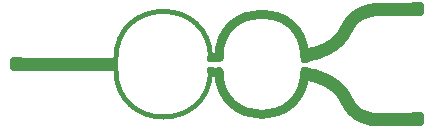
<source format=gbr>
%TF.GenerationSoftware,KiCad,Pcbnew,9.0.4*%
%TF.CreationDate,2025-09-20T16:24:51-07:00*%
%TF.ProjectId,Wilkinson PD,57696c6b-696e-4736-9f6e-2050442e6b69,rev?*%
%TF.SameCoordinates,Original*%
%TF.FileFunction,Copper,L1,Top*%
%TF.FilePolarity,Positive*%
%FSLAX46Y46*%
G04 Gerber Fmt 4.6, Leading zero omitted, Abs format (unit mm)*
G04 Created by KiCad (PCBNEW 9.0.4) date 2025-09-20 16:24:51*
%MOMM*%
%LPD*%
G01*
G04 APERTURE LIST*
G04 Aperture macros list*
%AMRoundRect*
0 Rectangle with rounded corners*
0 $1 Rounding radius*
0 $2 $3 $4 $5 $6 $7 $8 $9 X,Y pos of 4 corners*
0 Add a 4 corners polygon primitive as box body*
4,1,4,$2,$3,$4,$5,$6,$7,$8,$9,$2,$3,0*
0 Add four circle primitives for the rounded corners*
1,1,$1+$1,$2,$3*
1,1,$1+$1,$4,$5*
1,1,$1+$1,$6,$7*
1,1,$1+$1,$8,$9*
0 Add four rect primitives between the rounded corners*
20,1,$1+$1,$2,$3,$4,$5,0*
20,1,$1+$1,$4,$5,$6,$7,0*
20,1,$1+$1,$6,$7,$8,$9,0*
20,1,$1+$1,$8,$9,$2,$3,0*%
G04 Aperture macros list end*
%ADD10C,0.200000*%
%ADD11C,1.112520*%
%TA.AperFunction,Conductor*%
%ADD12C,1.112520*%
%TD*%
%TA.AperFunction,EtchedComponent*%
%ADD13C,0.772160*%
%TD*%
%TA.AperFunction,EtchedComponent*%
%ADD14C,1.112520*%
%TD*%
%TA.AperFunction,EtchedComponent*%
%ADD15C,0.436880*%
%TD*%
%TA.AperFunction,SMDPad,CuDef*%
%ADD16RoundRect,0.166878X-0.389382X-0.389382X0.389382X-0.389382X0.389382X0.389382X-0.389382X0.389382X0*%
%TD*%
%TA.AperFunction,SMDPad,CuDef*%
%ADD17RoundRect,0.166878X0.389382X0.389382X-0.389382X0.389382X-0.389382X-0.389382X0.389382X-0.389382X0*%
%TD*%
%TA.AperFunction,SMDPad,CuDef*%
%ADD18R,1.112520X1.112520*%
%TD*%
%TA.AperFunction,SMDPad,CuDef*%
%ADD19C,1.112520*%
%TD*%
%TA.AperFunction,SMDPad,CuDef*%
%ADD20RoundRect,0.135001X-0.185039X-0.135001X0.185039X-0.135001X0.185039X0.135001X-0.185039X0.135001X0*%
%TD*%
%TA.AperFunction,SMDPad,CuDef*%
%ADD21RoundRect,0.135000X-0.185000X0.135000X-0.185000X-0.135000X0.185000X-0.135000X0.185000X0.135000X0*%
%TD*%
G04 APERTURE END LIST*
D10*
X171180760Y-76659740D02*
X171180760Y-76659740D01*
X171180760Y-76659740D02*
X171180760Y-76659740D01*
D11*
X176352200Y-72908160D02*
X179941220Y-72913240D01*
D10*
X171180760Y-76659740D02*
X171180760Y-76659740D01*
D12*
%TO.N,Net-(U3-port1)*%
X154025600Y-77581760D02*
X146085560Y-77574140D01*
D11*
X176352200Y-82240120D02*
X179941220Y-82235040D01*
X171180760Y-76659740D02*
X171194494Y-76655282D01*
X171208179Y-76650820D01*
X171221806Y-76646355D01*
X171235384Y-76641885D01*
X171248905Y-76637414D01*
X171262376Y-76632937D01*
X171275791Y-76628458D01*
X171289157Y-76623975D01*
X171302466Y-76619489D01*
X171315728Y-76614998D01*
X171328933Y-76610506D01*
X171342090Y-76606008D01*
X171355192Y-76601509D01*
X171368245Y-76597004D01*
X171381244Y-76592498D01*
X171394195Y-76587987D01*
X171407092Y-76583474D01*
X171419941Y-76578956D01*
X171432737Y-76574436D01*
X171445485Y-76569911D01*
X171458180Y-76565385D01*
X171470827Y-76560853D01*
X171483422Y-76556320D01*
X171495970Y-76551782D01*
X171508465Y-76547242D01*
X171520915Y-76542698D01*
X171533312Y-76538151D01*
X171545662Y-76533600D01*
X171557961Y-76529047D01*
X171570215Y-76524489D01*
X171582417Y-76519929D01*
X171594573Y-76515365D01*
X171606679Y-76510798D01*
X171618739Y-76506228D01*
X171630749Y-76501655D01*
X171642714Y-76497078D01*
X171654629Y-76492498D01*
X171666499Y-76487914D01*
X171678320Y-76483328D01*
X171690096Y-76478738D01*
X171701823Y-76474146D01*
X171713506Y-76469549D01*
X171725140Y-76464951D01*
X171736730Y-76460348D01*
X171748272Y-76455742D01*
X171759771Y-76451133D01*
X171771221Y-76446521D01*
X171782628Y-76441906D01*
X171793988Y-76437287D01*
X171805304Y-76432665D01*
X171816574Y-76428041D01*
X171827800Y-76423412D01*
X171838980Y-76418781D01*
X171850117Y-76414147D01*
X171861208Y-76409509D01*
X171872257Y-76404868D01*
X171883260Y-76400225D01*
X171894221Y-76395577D01*
X171905136Y-76390927D01*
X171916010Y-76386273D01*
X171926838Y-76381617D01*
X171937625Y-76376957D01*
X171948368Y-76372294D01*
X171959069Y-76367628D01*
X171969726Y-76362959D01*
X171980342Y-76358286D01*
X171990914Y-76353610D01*
X172001445Y-76348931D01*
X172011934Y-76344249D01*
X172022381Y-76339564D01*
X172032785Y-76334876D01*
X172043149Y-76330184D01*
X172053471Y-76325489D01*
X172063752Y-76320791D01*
X172073992Y-76316090D01*
X172084191Y-76311385D01*
X172094349Y-76306678D01*
X172104467Y-76301967D01*
X172114544Y-76297253D01*
X172124581Y-76292536D01*
X172134578Y-76287815D01*
X172144535Y-76283092D01*
X172154452Y-76278365D01*
X172164329Y-76273635D01*
X172174167Y-76268901D01*
X172183966Y-76264165D01*
X172193726Y-76259425D01*
X172203446Y-76254682D01*
X172213128Y-76249935D01*
X172222771Y-76245186D01*
X172232376Y-76240433D01*
X172241942Y-76235676D01*
X172251470Y-76230917D01*
X172260960Y-76226154D01*
X172270412Y-76221388D01*
X172279826Y-76216618D01*
X172289202Y-76211845D01*
X172298541Y-76207069D01*
X172307844Y-76202290D01*
X172317108Y-76197507D01*
X172326336Y-76192720D01*
X172335527Y-76187931D01*
X172344681Y-76183138D01*
X172353798Y-76178341D01*
X172362880Y-76173541D01*
X172371925Y-76168738D01*
X172380934Y-76163931D01*
X172389907Y-76159121D01*
X172398844Y-76154307D01*
X172407745Y-76149491D01*
X172416612Y-76144670D01*
X172425442Y-76139846D01*
X172434238Y-76135018D01*
X172442998Y-76130187D01*
X172451725Y-76125352D01*
X172460415Y-76120514D01*
X172469072Y-76115671D01*
X172477693Y-76110826D01*
X172486281Y-76105976D01*
X172494834Y-76101124D01*
X172503354Y-76096267D01*
X172511839Y-76091407D01*
X172520291Y-76086543D01*
X172528709Y-76081676D01*
X172537094Y-76076804D01*
X172545445Y-76071930D01*
X172553764Y-76067050D01*
X172562049Y-76062168D01*
X172570302Y-76057281D01*
X172578521Y-76052392D01*
X172586709Y-76047497D01*
X172594863Y-76042600D01*
X172602987Y-76037697D01*
X172611076Y-76032792D01*
X172619136Y-76027881D01*
X172627161Y-76022968D01*
X172635157Y-76018050D01*
X172643119Y-76013129D01*
X172651052Y-76008202D01*
X172658952Y-76003273D01*
X172666822Y-75998338D01*
X172674659Y-75993401D01*
X172682468Y-75988458D01*
X172690244Y-75983513D01*
X172697992Y-75978561D01*
X172705706Y-75973607D01*
X172713393Y-75968647D01*
X172721047Y-75963685D01*
X172728674Y-75958716D01*
X172736268Y-75953745D01*
X172743835Y-75948767D01*
X172751370Y-75943788D01*
X172758878Y-75938801D01*
X172766354Y-75933813D01*
X172773804Y-75928817D01*
X172781221Y-75923819D01*
X172788613Y-75918815D01*
X172795973Y-75913808D01*
X172803307Y-75908794D01*
X172810610Y-75903778D01*
X172817888Y-75898754D01*
X172825133Y-75893729D01*
X172832355Y-75888696D01*
X172839545Y-75883661D01*
X172846711Y-75878618D01*
X172853845Y-75873573D01*
X172860955Y-75868520D01*
X172868034Y-75863465D01*
X172875090Y-75858402D01*
X172882115Y-75853338D01*
X172889117Y-75848264D01*
X172896088Y-75843189D01*
X172903036Y-75838106D01*
X172909954Y-75833020D01*
X172916849Y-75827926D01*
X172923713Y-75822830D01*
X172937369Y-75812618D01*
X172950920Y-75802384D01*
X172964369Y-75792127D01*
X172977716Y-75781848D01*
X172990963Y-75771546D01*
X173004111Y-75761219D01*
X173017160Y-75750869D01*
X173030112Y-75740494D01*
X173042968Y-75730094D01*
X173055728Y-75719668D01*
X173068395Y-75709216D01*
X173080969Y-75698738D01*
X173093451Y-75688232D01*
X173105842Y-75677699D01*
X173118144Y-75667137D01*
X173130357Y-75656546D01*
X173142482Y-75645925D01*
X173154521Y-75635274D01*
X173166475Y-75624593D01*
X173178345Y-75613879D01*
X173190131Y-75603133D01*
X173201836Y-75592355D01*
X173213460Y-75581542D01*
X173225004Y-75570694D01*
X173236469Y-75559812D01*
X173247857Y-75548892D01*
X173259168Y-75537936D01*
X173270405Y-75526941D01*
X173281567Y-75515908D01*
X173292657Y-75504834D01*
X173303675Y-75493719D01*
X173314623Y-75482562D01*
X173325501Y-75471362D01*
X173336312Y-75460117D01*
X173347055Y-75448827D01*
X173357734Y-75437490D01*
X173368348Y-75426105D01*
X173378900Y-75414670D01*
X173389390Y-75403185D01*
X173399819Y-75391647D01*
X173410191Y-75380056D01*
X173420504Y-75368409D01*
X173430762Y-75356705D01*
X173440966Y-75344943D01*
X173451117Y-75333120D01*
X173461216Y-75321234D01*
X173471266Y-75309284D01*
X173481267Y-75297268D01*
X173491222Y-75285182D01*
X173501133Y-75273026D01*
X173511001Y-75260797D01*
X173520827Y-75248491D01*
X173530615Y-75236107D01*
X173540366Y-75223641D01*
X173550082Y-75211091D01*
X173559765Y-75198453D01*
X173569417Y-75185724D01*
X173579042Y-75172900D01*
X173588641Y-75159978D01*
X173598217Y-75146953D01*
X173607774Y-75133821D01*
X173617313Y-75120578D01*
X173626838Y-75107218D01*
X173636352Y-75093736D01*
X173645859Y-75080127D01*
X173655363Y-75066384D01*
X173664868Y-75052499D01*
X173674378Y-75038467D01*
X173683898Y-75024279D01*
X173693432Y-75009926D01*
X173702987Y-74995399D01*
X173712569Y-74980686D01*
X173722185Y-74965778D01*
X173731841Y-74950659D01*
X173741546Y-74935317D01*
X173751309Y-74919734D01*
X173761141Y-74903893D01*
X173771053Y-74887773D01*
X173781059Y-74871350D01*
X173791173Y-74854596D01*
X173801414Y-74837480D01*
X173811803Y-74819963D01*
X173822364Y-74802002D01*
X173833127Y-74783541D01*
X173844129Y-74764515D01*
X173855416Y-74744839D01*
X173867046Y-74724407D01*
X173879098Y-74703077D01*
X173891678Y-74680655D01*
X173904938Y-74656863D01*
X173919113Y-74631272D01*
X173934600Y-74603154D01*
X173952185Y-74571076D01*
X173973934Y-74531260D01*
X173983537Y-74513657D01*
X174001115Y-74481441D01*
X174018660Y-74449348D01*
X174027430Y-74433349D01*
X174036204Y-74417383D01*
X174044985Y-74401451D01*
X174053777Y-74385552D01*
X174062585Y-74369687D01*
X174071412Y-74353858D01*
X174080262Y-74338065D01*
X174089140Y-74322308D01*
X174098048Y-74306588D01*
X174106992Y-74290905D01*
X174115974Y-74275261D01*
X174124999Y-74259656D01*
X174134071Y-74244090D01*
X174143194Y-74228565D01*
X174152371Y-74213080D01*
X174161607Y-74197637D01*
X174170906Y-74182236D01*
X174175580Y-74174551D01*
X174180271Y-74166877D01*
X174184979Y-74159214D01*
X174189706Y-74151561D01*
X174194451Y-74143920D01*
X174199215Y-74136290D01*
X174203999Y-74128671D01*
X174208803Y-74121063D01*
X174213628Y-74113466D01*
X174218473Y-74105881D01*
X174223340Y-74098307D01*
X174228229Y-74090745D01*
X174233141Y-74083194D01*
X174238075Y-74075655D01*
X174243033Y-74068128D01*
X174248015Y-74060612D01*
X174253022Y-74053109D01*
X174258053Y-74045617D01*
X174263110Y-74038138D01*
X174268193Y-74030670D01*
X174273302Y-74023215D01*
X174278438Y-74015773D01*
X174283602Y-74008342D01*
X174288793Y-74000924D01*
X174294013Y-73993519D01*
X174299262Y-73986126D01*
X174304540Y-73978746D01*
X174309849Y-73971378D01*
X174315187Y-73964024D01*
X174320556Y-73956682D01*
X174325957Y-73949354D01*
X174331389Y-73942038D01*
X174336854Y-73934736D01*
X174342352Y-73927446D01*
X174347883Y-73920171D01*
X174353448Y-73912908D01*
X174359047Y-73905659D01*
X174364681Y-73898424D01*
X174370350Y-73891202D01*
X174376055Y-73883994D01*
X174381796Y-73876800D01*
X174387574Y-73869619D01*
X174393389Y-73862453D01*
X174399242Y-73855300D01*
X174405133Y-73848162D01*
X174411063Y-73841038D01*
X174417032Y-73833928D01*
X174423041Y-73826832D01*
X174429090Y-73819751D01*
X174435179Y-73812684D01*
X174441310Y-73805632D01*
X174447483Y-73798594D01*
X174453697Y-73791572D01*
X174459955Y-73784564D01*
X174466255Y-73777571D01*
X174472599Y-73770592D01*
X174478987Y-73763629D01*
X174485420Y-73756681D01*
X174491898Y-73749748D01*
X174498422Y-73742831D01*
X174504991Y-73735928D01*
X174511607Y-73729042D01*
X174518271Y-73722170D01*
X174524982Y-73715315D01*
X174531740Y-73708474D01*
X174538548Y-73701650D01*
X174545404Y-73694842D01*
X174552310Y-73688049D01*
X174559266Y-73681272D01*
X174566273Y-73674512D01*
X174573331Y-73667767D01*
X174580440Y-73661039D01*
X174587601Y-73654327D01*
X174594814Y-73647631D01*
X174602081Y-73640952D01*
X174609400Y-73634289D01*
X174616774Y-73627643D01*
X174624203Y-73621013D01*
X174631686Y-73614401D01*
X174639225Y-73607805D01*
X174646819Y-73601226D01*
X174654470Y-73594664D01*
X174662178Y-73588119D01*
X174669943Y-73581591D01*
X174677767Y-73575081D01*
X174685648Y-73568587D01*
X174693589Y-73562111D01*
X174701588Y-73555653D01*
X174709648Y-73549212D01*
X174717768Y-73542789D01*
X174725949Y-73536383D01*
X174734191Y-73529995D01*
X174742495Y-73523625D01*
X174750861Y-73517273D01*
X174759290Y-73510939D01*
X174767782Y-73504623D01*
X174776338Y-73498325D01*
X174784959Y-73492045D01*
X174793644Y-73485784D01*
X174802394Y-73479541D01*
X174811210Y-73473316D01*
X174820093Y-73467111D01*
X174829042Y-73460923D01*
X174838058Y-73454755D01*
X174847142Y-73448605D01*
X174856294Y-73442474D01*
X174865515Y-73436362D01*
X174874805Y-73430269D01*
X174884165Y-73424195D01*
X174893595Y-73418140D01*
X174903096Y-73412104D01*
X174912667Y-73406088D01*
X174922311Y-73400091D01*
X174932026Y-73394114D01*
X174941814Y-73388156D01*
X174951676Y-73382218D01*
X174961610Y-73376300D01*
X174971619Y-73370401D01*
X174981703Y-73364522D01*
X174991861Y-73358663D01*
X175002096Y-73352825D01*
X175012406Y-73347006D01*
X175022793Y-73341208D01*
X175033256Y-73335429D01*
X175043798Y-73329671D01*
X175054417Y-73323934D01*
X175065115Y-73318217D01*
X175075892Y-73312521D01*
X175086748Y-73306845D01*
X175097685Y-73301190D01*
X175108702Y-73295556D01*
X175119800Y-73289942D01*
X175130979Y-73284350D01*
X175142240Y-73278778D01*
X175153584Y-73273228D01*
X175165011Y-73267699D01*
X175176521Y-73262192D01*
X175188115Y-73256705D01*
X175199793Y-73251240D01*
X175211557Y-73245797D01*
X175223405Y-73240375D01*
X175235340Y-73234975D01*
X175247361Y-73229596D01*
X175259469Y-73224240D01*
X175271664Y-73218905D01*
X175283947Y-73213592D01*
X175296319Y-73208302D01*
X175308779Y-73203033D01*
X175321329Y-73197787D01*
X175333968Y-73192563D01*
X175346698Y-73187361D01*
X175359518Y-73182182D01*
X175372430Y-73177025D01*
X175385434Y-73171891D01*
X175398530Y-73166779D01*
X175411719Y-73161691D01*
X175425000Y-73156625D01*
X175438376Y-73151582D01*
X175451846Y-73146562D01*
X175465411Y-73141565D01*
X175479071Y-73136592D01*
X175492826Y-73131641D01*
X175506678Y-73126714D01*
X175520626Y-73121810D01*
X175534672Y-73116930D01*
X175548816Y-73112073D01*
X175563057Y-73107240D01*
X175577397Y-73102430D01*
X175591837Y-73097645D01*
X175606376Y-73092883D01*
X175621015Y-73088145D01*
X175635755Y-73083431D01*
X175650595Y-73078741D01*
X175665538Y-73074076D01*
X175680583Y-73069434D01*
X175695730Y-73064817D01*
X175710980Y-73060224D01*
X175726334Y-73055656D01*
X175741792Y-73051113D01*
X175757354Y-73046594D01*
X175773022Y-73042099D01*
X175788795Y-73037630D01*
X175804674Y-73033185D01*
X175820660Y-73028765D01*
X175836752Y-73024371D01*
X175852953Y-73020001D01*
X175869261Y-73015657D01*
X175885677Y-73011337D01*
X175902203Y-73007044D01*
X175918838Y-73002775D01*
X175935583Y-72998532D01*
X175952439Y-72994315D01*
X175969405Y-72990123D01*
X175986483Y-72985957D01*
X176003673Y-72981817D01*
X176020975Y-72977703D01*
X176038390Y-72973614D01*
X176055919Y-72969552D01*
X176073561Y-72965516D01*
X176091318Y-72961506D01*
X176109190Y-72957522D01*
X176127177Y-72953565D01*
X176145280Y-72949634D01*
X176163499Y-72945729D01*
X176181836Y-72941852D01*
X176200289Y-72938000D01*
X176218860Y-72934176D01*
X176237550Y-72930378D01*
X176256358Y-72926608D01*
X176275286Y-72922864D01*
X176294334Y-72919147D01*
X176313502Y-72915457D01*
X176332790Y-72911795D01*
X176352200Y-72908160D01*
X171180760Y-78488540D02*
X171194494Y-78492998D01*
X171208179Y-78497460D01*
X171221806Y-78501925D01*
X171235384Y-78506395D01*
X171248905Y-78510866D01*
X171262376Y-78515343D01*
X171275791Y-78519822D01*
X171289157Y-78524305D01*
X171302466Y-78528791D01*
X171315728Y-78533282D01*
X171328933Y-78537774D01*
X171342090Y-78542272D01*
X171355192Y-78546771D01*
X171368245Y-78551276D01*
X171381244Y-78555782D01*
X171394195Y-78560293D01*
X171407092Y-78564806D01*
X171419941Y-78569324D01*
X171432737Y-78573844D01*
X171445485Y-78578369D01*
X171458180Y-78582895D01*
X171470827Y-78587427D01*
X171483422Y-78591960D01*
X171495970Y-78596498D01*
X171508465Y-78601038D01*
X171520915Y-78605582D01*
X171533312Y-78610129D01*
X171545662Y-78614680D01*
X171557961Y-78619233D01*
X171570215Y-78623791D01*
X171582417Y-78628351D01*
X171594573Y-78632915D01*
X171606679Y-78637482D01*
X171618739Y-78642052D01*
X171630749Y-78646625D01*
X171642714Y-78651202D01*
X171654629Y-78655782D01*
X171666499Y-78660366D01*
X171678320Y-78664952D01*
X171690096Y-78669542D01*
X171701823Y-78674134D01*
X171713506Y-78678731D01*
X171725140Y-78683329D01*
X171736730Y-78687932D01*
X171748272Y-78692538D01*
X171759771Y-78697147D01*
X171771221Y-78701759D01*
X171782628Y-78706374D01*
X171793988Y-78710993D01*
X171805304Y-78715615D01*
X171816574Y-78720239D01*
X171827800Y-78724868D01*
X171838980Y-78729499D01*
X171850117Y-78734133D01*
X171861208Y-78738771D01*
X171872257Y-78743412D01*
X171883260Y-78748055D01*
X171894221Y-78752703D01*
X171905136Y-78757353D01*
X171916010Y-78762007D01*
X171926838Y-78766663D01*
X171937625Y-78771323D01*
X171948368Y-78775986D01*
X171959069Y-78780652D01*
X171969726Y-78785321D01*
X171980342Y-78789994D01*
X171990914Y-78794670D01*
X172001445Y-78799349D01*
X172011934Y-78804031D01*
X172022381Y-78808716D01*
X172032785Y-78813404D01*
X172043149Y-78818096D01*
X172053471Y-78822791D01*
X172063752Y-78827489D01*
X172073992Y-78832190D01*
X172084191Y-78836895D01*
X172094349Y-78841602D01*
X172104467Y-78846313D01*
X172114544Y-78851027D01*
X172124581Y-78855744D01*
X172134578Y-78860465D01*
X172144535Y-78865188D01*
X172154452Y-78869915D01*
X172164329Y-78874645D01*
X172174167Y-78879379D01*
X172183966Y-78884115D01*
X172193726Y-78888855D01*
X172203446Y-78893598D01*
X172213128Y-78898345D01*
X172222771Y-78903094D01*
X172232376Y-78907847D01*
X172241942Y-78912604D01*
X172251470Y-78917363D01*
X172260960Y-78922126D01*
X172270412Y-78926892D01*
X172279826Y-78931662D01*
X172289202Y-78936435D01*
X172298541Y-78941211D01*
X172307844Y-78945990D01*
X172317108Y-78950773D01*
X172326336Y-78955560D01*
X172335527Y-78960349D01*
X172344681Y-78965142D01*
X172353798Y-78969939D01*
X172362880Y-78974739D01*
X172371925Y-78979542D01*
X172380934Y-78984349D01*
X172389907Y-78989159D01*
X172398844Y-78993973D01*
X172407745Y-78998789D01*
X172416612Y-79003610D01*
X172425442Y-79008434D01*
X172434238Y-79013262D01*
X172442998Y-79018093D01*
X172451725Y-79022928D01*
X172460415Y-79027766D01*
X172469072Y-79032609D01*
X172477693Y-79037454D01*
X172486281Y-79042304D01*
X172494834Y-79047156D01*
X172503354Y-79052013D01*
X172511839Y-79056873D01*
X172520291Y-79061737D01*
X172528709Y-79066604D01*
X172537094Y-79071476D01*
X172545445Y-79076350D01*
X172553764Y-79081230D01*
X172562049Y-79086112D01*
X172570302Y-79090999D01*
X172578521Y-79095888D01*
X172586709Y-79100783D01*
X172594863Y-79105680D01*
X172602987Y-79110583D01*
X172611076Y-79115488D01*
X172619136Y-79120399D01*
X172627161Y-79125312D01*
X172635157Y-79130230D01*
X172643119Y-79135151D01*
X172651052Y-79140078D01*
X172658952Y-79145007D01*
X172666822Y-79149942D01*
X172674659Y-79154879D01*
X172682468Y-79159822D01*
X172690244Y-79164767D01*
X172697992Y-79169719D01*
X172705706Y-79174673D01*
X172713393Y-79179633D01*
X172721047Y-79184595D01*
X172728674Y-79189564D01*
X172736268Y-79194535D01*
X172743835Y-79199513D01*
X172751370Y-79204492D01*
X172758878Y-79209479D01*
X172766354Y-79214467D01*
X172773804Y-79219463D01*
X172781221Y-79224461D01*
X172788613Y-79229465D01*
X172795973Y-79234472D01*
X172803307Y-79239486D01*
X172810610Y-79244502D01*
X172817888Y-79249526D01*
X172825133Y-79254551D01*
X172832355Y-79259584D01*
X172839545Y-79264619D01*
X172846711Y-79269662D01*
X172853845Y-79274707D01*
X172860955Y-79279760D01*
X172868034Y-79284815D01*
X172875090Y-79289878D01*
X172882115Y-79294942D01*
X172889117Y-79300016D01*
X172896088Y-79305091D01*
X172903036Y-79310174D01*
X172909954Y-79315260D01*
X172916849Y-79320354D01*
X172923713Y-79325450D01*
X172937369Y-79335662D01*
X172950920Y-79345896D01*
X172964369Y-79356153D01*
X172977716Y-79366432D01*
X172990963Y-79376734D01*
X173004111Y-79387061D01*
X173017160Y-79397411D01*
X173030112Y-79407786D01*
X173042968Y-79418186D01*
X173055728Y-79428612D01*
X173068395Y-79439064D01*
X173080969Y-79449542D01*
X173093451Y-79460048D01*
X173105842Y-79470581D01*
X173118144Y-79481143D01*
X173130357Y-79491734D01*
X173142482Y-79502355D01*
X173154521Y-79513006D01*
X173166475Y-79523687D01*
X173178345Y-79534401D01*
X173190131Y-79545147D01*
X173201836Y-79555925D01*
X173213460Y-79566738D01*
X173225004Y-79577586D01*
X173236469Y-79588468D01*
X173247857Y-79599388D01*
X173259168Y-79610344D01*
X173270405Y-79621339D01*
X173281567Y-79632372D01*
X173292657Y-79643446D01*
X173303675Y-79654561D01*
X173314623Y-79665718D01*
X173325501Y-79676918D01*
X173336312Y-79688163D01*
X173347055Y-79699453D01*
X173357734Y-79710790D01*
X173368348Y-79722175D01*
X173378900Y-79733610D01*
X173389390Y-79745095D01*
X173399819Y-79756633D01*
X173410191Y-79768224D01*
X173420504Y-79779871D01*
X173430762Y-79791575D01*
X173440966Y-79803337D01*
X173451117Y-79815160D01*
X173461216Y-79827046D01*
X173471266Y-79838996D01*
X173481267Y-79851012D01*
X173491222Y-79863098D01*
X173501133Y-79875254D01*
X173511001Y-79887483D01*
X173520827Y-79899789D01*
X173530615Y-79912173D01*
X173540366Y-79924639D01*
X173550082Y-79937189D01*
X173559765Y-79949827D01*
X173569417Y-79962556D01*
X173579042Y-79975380D01*
X173588641Y-79988302D01*
X173598217Y-80001327D01*
X173607774Y-80014459D01*
X173617313Y-80027702D01*
X173626838Y-80041062D01*
X173636352Y-80054544D01*
X173645859Y-80068153D01*
X173655363Y-80081896D01*
X173664868Y-80095781D01*
X173674378Y-80109813D01*
X173683898Y-80124001D01*
X173693432Y-80138354D01*
X173702987Y-80152881D01*
X173712569Y-80167594D01*
X173722185Y-80182502D01*
X173731841Y-80197621D01*
X173741546Y-80212963D01*
X173751309Y-80228546D01*
X173761141Y-80244387D01*
X173771053Y-80260507D01*
X173781059Y-80276930D01*
X173791173Y-80293684D01*
X173801414Y-80310800D01*
X173811803Y-80328317D01*
X173822364Y-80346278D01*
X173833127Y-80364739D01*
X173844129Y-80383765D01*
X173855416Y-80403441D01*
X173867046Y-80423873D01*
X173879098Y-80445203D01*
X173891678Y-80467625D01*
X173904938Y-80491417D01*
X173919113Y-80517008D01*
X173934600Y-80545126D01*
X173952185Y-80577204D01*
X173973934Y-80617020D01*
X173983537Y-80634623D01*
X174001115Y-80666839D01*
X174018660Y-80698932D01*
X174027430Y-80714931D01*
X174036204Y-80730897D01*
X174044985Y-80746829D01*
X174053777Y-80762728D01*
X174062585Y-80778593D01*
X174071412Y-80794422D01*
X174080262Y-80810215D01*
X174089140Y-80825972D01*
X174098048Y-80841692D01*
X174106992Y-80857375D01*
X174115974Y-80873019D01*
X174124999Y-80888624D01*
X174134071Y-80904190D01*
X174143194Y-80919715D01*
X174152371Y-80935200D01*
X174161607Y-80950643D01*
X174170906Y-80966044D01*
X174175580Y-80973729D01*
X174180271Y-80981403D01*
X174184979Y-80989066D01*
X174189706Y-80996719D01*
X174194451Y-81004360D01*
X174199215Y-81011990D01*
X174203999Y-81019609D01*
X174208803Y-81027217D01*
X174213628Y-81034814D01*
X174218473Y-81042399D01*
X174223340Y-81049973D01*
X174228229Y-81057535D01*
X174233141Y-81065086D01*
X174238075Y-81072625D01*
X174243033Y-81080152D01*
X174248015Y-81087668D01*
X174253022Y-81095171D01*
X174258053Y-81102663D01*
X174263110Y-81110142D01*
X174268193Y-81117610D01*
X174273302Y-81125065D01*
X174278438Y-81132507D01*
X174283602Y-81139938D01*
X174288793Y-81147356D01*
X174294013Y-81154761D01*
X174299262Y-81162154D01*
X174304540Y-81169534D01*
X174309849Y-81176902D01*
X174315187Y-81184256D01*
X174320556Y-81191598D01*
X174325957Y-81198926D01*
X174331389Y-81206242D01*
X174336854Y-81213544D01*
X174342352Y-81220834D01*
X174347883Y-81228109D01*
X174353448Y-81235372D01*
X174359047Y-81242621D01*
X174364681Y-81249856D01*
X174370350Y-81257078D01*
X174376055Y-81264286D01*
X174381796Y-81271480D01*
X174387574Y-81278661D01*
X174393389Y-81285827D01*
X174399242Y-81292980D01*
X174405133Y-81300118D01*
X174411063Y-81307242D01*
X174417032Y-81314352D01*
X174423041Y-81321448D01*
X174429090Y-81328529D01*
X174435179Y-81335596D01*
X174441310Y-81342648D01*
X174447483Y-81349686D01*
X174453697Y-81356708D01*
X174459955Y-81363716D01*
X174466255Y-81370709D01*
X174472599Y-81377688D01*
X174478987Y-81384651D01*
X174485420Y-81391599D01*
X174491898Y-81398532D01*
X174498422Y-81405449D01*
X174504991Y-81412352D01*
X174511607Y-81419238D01*
X174518271Y-81426110D01*
X174524982Y-81432965D01*
X174531740Y-81439806D01*
X174538548Y-81446630D01*
X174545404Y-81453438D01*
X174552310Y-81460231D01*
X174559266Y-81467008D01*
X174566273Y-81473768D01*
X174573331Y-81480513D01*
X174580440Y-81487241D01*
X174587601Y-81493953D01*
X174594814Y-81500649D01*
X174602081Y-81507328D01*
X174609400Y-81513991D01*
X174616774Y-81520637D01*
X174624203Y-81527267D01*
X174631686Y-81533879D01*
X174639225Y-81540475D01*
X174646819Y-81547054D01*
X174654470Y-81553616D01*
X174662178Y-81560161D01*
X174669943Y-81566689D01*
X174677767Y-81573199D01*
X174685648Y-81579693D01*
X174693589Y-81586169D01*
X174701588Y-81592627D01*
X174709648Y-81599068D01*
X174717768Y-81605491D01*
X174725949Y-81611897D01*
X174734191Y-81618285D01*
X174742495Y-81624655D01*
X174750861Y-81631007D01*
X174759290Y-81637341D01*
X174767782Y-81643657D01*
X174776338Y-81649955D01*
X174784959Y-81656235D01*
X174793644Y-81662496D01*
X174802394Y-81668739D01*
X174811210Y-81674964D01*
X174820093Y-81681169D01*
X174829042Y-81687357D01*
X174838058Y-81693525D01*
X174847142Y-81699675D01*
X174856294Y-81705806D01*
X174865515Y-81711918D01*
X174874805Y-81718011D01*
X174884165Y-81724085D01*
X174893595Y-81730140D01*
X174903096Y-81736176D01*
X174912667Y-81742192D01*
X174922311Y-81748189D01*
X174932026Y-81754166D01*
X174941814Y-81760124D01*
X174951676Y-81766062D01*
X174961610Y-81771980D01*
X174971619Y-81777879D01*
X174981703Y-81783758D01*
X174991861Y-81789617D01*
X175002096Y-81795455D01*
X175012406Y-81801274D01*
X175022793Y-81807072D01*
X175033256Y-81812851D01*
X175043798Y-81818609D01*
X175054417Y-81824346D01*
X175065115Y-81830063D01*
X175075892Y-81835759D01*
X175086748Y-81841435D01*
X175097685Y-81847090D01*
X175108702Y-81852724D01*
X175119800Y-81858338D01*
X175130979Y-81863930D01*
X175142240Y-81869502D01*
X175153584Y-81875052D01*
X175165011Y-81880581D01*
X175176521Y-81886088D01*
X175188115Y-81891575D01*
X175199793Y-81897040D01*
X175211557Y-81902483D01*
X175223405Y-81907905D01*
X175235340Y-81913305D01*
X175247361Y-81918684D01*
X175259469Y-81924040D01*
X175271664Y-81929375D01*
X175283947Y-81934688D01*
X175296319Y-81939978D01*
X175308779Y-81945247D01*
X175321329Y-81950493D01*
X175333968Y-81955717D01*
X175346698Y-81960919D01*
X175359518Y-81966098D01*
X175372430Y-81971255D01*
X175385434Y-81976389D01*
X175398530Y-81981501D01*
X175411719Y-81986589D01*
X175425000Y-81991655D01*
X175438376Y-81996698D01*
X175451846Y-82001718D01*
X175465411Y-82006715D01*
X175479071Y-82011688D01*
X175492826Y-82016639D01*
X175506678Y-82021566D01*
X175520626Y-82026470D01*
X175534672Y-82031350D01*
X175548816Y-82036207D01*
X175563057Y-82041040D01*
X175577397Y-82045850D01*
X175591837Y-82050635D01*
X175606376Y-82055397D01*
X175621015Y-82060135D01*
X175635755Y-82064849D01*
X175650595Y-82069539D01*
X175665538Y-82074204D01*
X175680583Y-82078846D01*
X175695730Y-82083463D01*
X175710980Y-82088056D01*
X175726334Y-82092624D01*
X175741792Y-82097167D01*
X175757354Y-82101686D01*
X175773022Y-82106181D01*
X175788795Y-82110650D01*
X175804674Y-82115095D01*
X175820660Y-82119515D01*
X175836752Y-82123909D01*
X175852953Y-82128279D01*
X175869261Y-82132623D01*
X175885677Y-82136943D01*
X175902203Y-82141236D01*
X175918838Y-82145505D01*
X175935583Y-82149748D01*
X175952439Y-82153965D01*
X175969405Y-82158157D01*
X175986483Y-82162323D01*
X176003673Y-82166463D01*
X176020975Y-82170577D01*
X176038390Y-82174666D01*
X176055919Y-82178728D01*
X176073561Y-82182764D01*
X176091318Y-82186774D01*
X176109190Y-82190758D01*
X176127177Y-82194715D01*
X176145280Y-82198646D01*
X176163499Y-82202551D01*
X176181836Y-82206428D01*
X176200289Y-82210280D01*
X176218860Y-82214104D01*
X176237550Y-82217902D01*
X176256358Y-82221672D01*
X176275286Y-82225416D01*
X176294334Y-82229133D01*
X176313502Y-82232823D01*
X176332790Y-82236485D01*
X176352200Y-82240120D01*
D13*
%TD*%
%TO.C,WPD1*%
X163189920Y-76946760D02*
X162618420Y-76946760D01*
%TO.C,WPD1*%
X163189920Y-78201520D02*
X162618420Y-78201520D01*
D14*
X170609260Y-76774040D02*
X171180760Y-76659740D01*
X170609260Y-78374240D02*
X171180760Y-78488540D01*
D15*
X154462480Y-77116940D02*
G75*
G02*
X162493960Y-77116940I4015740J0D01*
G01*
X162493960Y-78031340D02*
G75*
G02*
X154462480Y-78031340I-4015740J0D01*
G01*
D13*
X163189920Y-76946760D02*
G75*
G02*
X170449240Y-76946760I3629660J0D01*
G01*
X170449240Y-78201520D02*
G75*
G02*
X163189920Y-78201520I-3629660J0D01*
G01*
%TD*%
D16*
%TO.P,U1,1,port1*%
%TO.N,Net-(U3-port1)*%
X146085560Y-77574140D03*
%TD*%
D17*
%TO.P,U2,1,port2*%
%TO.N,Net-(U2-port2)*%
X179941220Y-72913240D03*
%TD*%
%TO.P,U3,1,port3*%
%TO.N,Net-(U1-port3)*%
X179941220Y-82235040D03*
%TD*%
D18*
%TO.P,WPD1,1,In*%
%TO.N,Net-(U3-port1)*%
X154124660Y-77574140D03*
D19*
%TO.P,WPD1,2,PD1*%
%TO.N,Net-(U2-port2)*%
X171180760Y-76659740D03*
%TO.P,WPD1,3,PD2*%
%TO.N,Net-(U1-port3)*%
X171180760Y-78488540D03*
D20*
%TO.P,WPD1,4,R1*%
%TO.N,Net-(R1-Pad1)*%
X162493960Y-77064108D03*
%TO.P,WPD1,5,R1*%
%TO.N,Net-(R1-Pad2)*%
X162493960Y-78084172D03*
%TO.P,WPD1,6,R2*%
%TO.N,Net-(R2-Pad1)*%
X170449240Y-77064108D03*
%TO.P,WPD1,7,R2*%
%TO.N,Net-(R2-Pad2)*%
X170449240Y-78084172D03*
%TD*%
D21*
%TO.P,R2,1*%
%TO.N,Net-(R2-Pad1)*%
X170449240Y-77181520D03*
%TO.P,R2,2*%
%TO.N,Net-(R2-Pad2)*%
X170449240Y-78201520D03*
%TD*%
%TO.P,R1,1*%
%TO.N,Net-(R1-Pad1)*%
X162493960Y-77116940D03*
%TO.P,R1,2*%
%TO.N,Net-(R1-Pad2)*%
X162493960Y-78136940D03*
%TD*%
M02*

</source>
